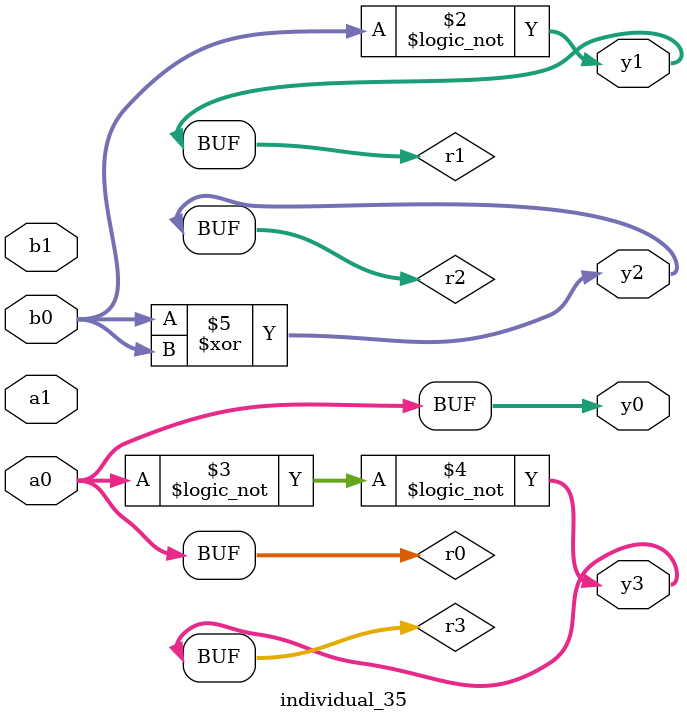
<source format=sv>
module individual_35(input logic [15:0] a1, input logic [15:0] a0, input logic [15:0] b1, input logic [15:0] b0, output logic [15:0] y3, output logic [15:0] y2, output logic [15:0] y1, output logic [15:0] y0);
logic [15:0] r0, r1, r2, r3; 
 always@(*) begin 
	 r0 = a0; r1 = a1; r2 = b0; r3 = b1; 
 	 r1 = ! r2 ;
 	 r3 = ! r0 ;
 	 r3 = ! r3 ;
 	 r2  ^=  r2 ;
 	 y3 = r3; y2 = r2; y1 = r1; y0 = r0; 
end
endmodule
</source>
